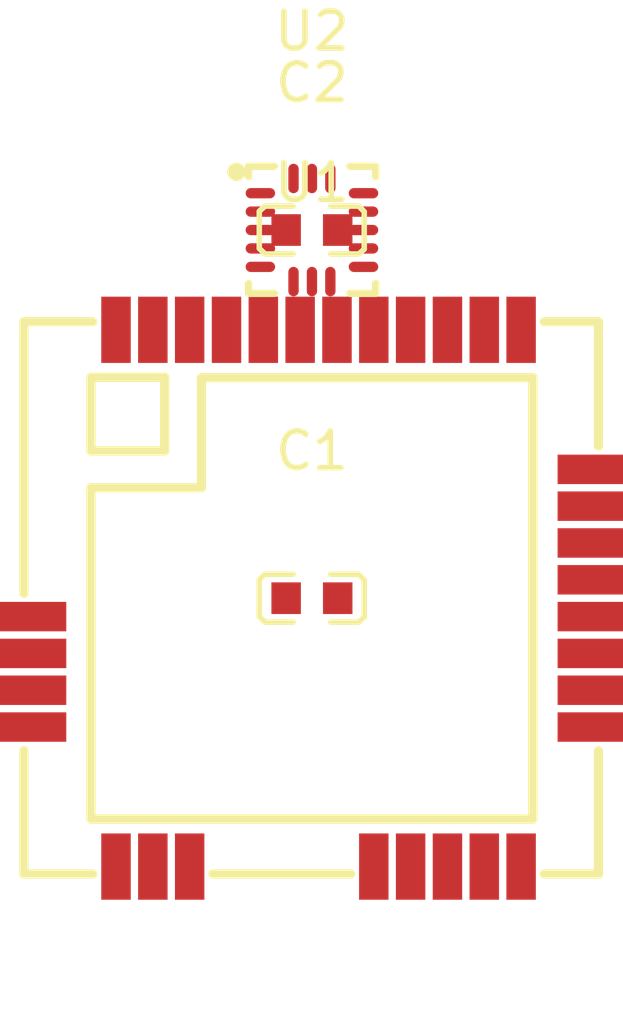
<source format=kicad_pcb>
(kicad_pcb (version 20241229) (generator "atopile") (generator_version "0.12.4")
  (layers (0 "F.Cu" signal) (31 "B.Cu" signal) (34 "B.Paste" user) (35 "F.Paste" user) (36 "B.SilkS" user "B.Silkscreen") (37 "F.SilkS" user "F.Silkscreen") (38 "B.Mask" user) (39 "F.Mask" user) (44 "Edge.Cuts" user))
  (net 0 "")
  (net 1 "PA0_ADC4")
  (net 2 "PA9")
  (net 3 "PA13_SWDIO")
  (net 4 "PB3_ADC1")
  (net 7 "INT2")
  (net 8 "PB5")
  (net 9 "PA8")
  (net 10 "PA2_UART2_TX")
  (net 11 "PB7_UART1_RX")
  (net 12 "SDO_SA0")
  (net 13 "ADC3")
  (net 14 "blah-net-1")
  (net 15 "PA0")
  (net 16 "INT1")
  (net 17 "PA7_SPI1_MOSI")
  (net 18 "PB12")
  (net 19 "PA14_SWCLK")
  (net 20 "vcc")
  (net 21 "PB4_ADC2")
  (net 22 "PA3_UART2_RX")
  (net 23 "PA5_SPI1_CLK")
  (net 24 "gnd")
  (net 25 "RF")
  (net 26 "i2c_sda")
  (net 27 "ADC2")
  (net 28 "PA1")
  (net 29 "BOOT0")
  (net 30 "i2c_scl")
  (net 31 "blah-net-0")
  (net 32 "PA6_SPI1_MISO")
  (net 33 "CS")
  (net 34 "PA11_I2C_SDA")
  (net 35 "RES")
  (net 36 "PA4_SPI1_NSS")
  (net 37 "PB2_ADC3")
  (net 38 "RST")
  (net 39 "ADC1")
  (net 40 "PA12_I2C_SCL")
  (footprint "FH_CBG160808U820T:L0603" (layer "F.Cu") (at 0 0 0)
    (property "Reference" "C1" (at 0 -4 0) (layer "F.SilkS") (hide no))
    (property "Value" "")
    (fp_line (start -1.27 0.65) (end -1.43 0.5) (stroke (width 0.15)) (layer "F.SilkS"))
    (fp_line (start -1.43 0.5) (end -1.43 -0.51) (stroke (width 0.15)) (layer "F.SilkS"))
    (fp_line (start -1.43 -0.51) (end -1.27 -0.65) (stroke (width 0.15)) (layer "F.SilkS"))
    (fp_line (start 1.27 -0.65) (end 1.42 -0.5) (stroke (width 0.15)) (layer "F.SilkS"))
    (fp_line (start 1.42 -0.5) (end 1.42 0.52) (stroke (width 0.15)) (layer "F.SilkS"))
    (fp_line (start 1.42 0.52) (end 1.27 0.65) (stroke (width 0.15)) (layer "F.SilkS"))
    (fp_line (start -1.28 -0.65) (end -0.51 -0.65) (stroke (width 0.15)) (layer "F.SilkS"))
    (fp_line (start 1.27 0.65) (end 0.51 0.65) (stroke (width 0.15)) (layer "F.SilkS"))
    (fp_line (start -1.28 0.65) (end -0.51 0.65) (stroke (width 0.15)) (layer "F.SilkS"))
    (fp_line (start 1.27 -0.65) (end 0.51 -0.65) (stroke (width 0.15)) (layer "F.SilkS"))
    (fp_text user "${REFERENCE}" (at 0 -4 0) (layer "F.SilkS"))
    (pad "1" smd rect (at -0.7 0 180) (size 0.8 0.86) (layers "F.Cu" "F.Paste" "F.Mask") (net 20 "vcc"))
    (pad "2" smd rect (at 0.7 0 180) (size 0.8 0.86) (layers "F.Cu" "F.Paste" "F.Mask") (net 24 "gnd"))
  )
  (footprint "FH_CBG160808U820T:L0603" (layer "F.Cu") (at 0 -10 0)
    (property "Reference" "C2" (at 0 -4 0) (layer "F.SilkS") (hide no))
    (property "Value" "")
    (fp_line (start -1.27 0.65) (end -1.43 0.5) (stroke (width 0.15)) (layer "F.SilkS"))
    (fp_line (start -1.43 0.5) (end -1.43 -0.51) (stroke (width 0.15)) (layer "F.SilkS"))
    (fp_line (start -1.43 -0.51) (end -1.27 -0.65) (stroke (width 0.15)) (layer "F.SilkS"))
    (fp_line (start 1.27 -0.65) (end 1.42 -0.5) (stroke (width 0.15)) (layer "F.SilkS"))
    (fp_line (start 1.42 -0.5) (end 1.42 0.52) (stroke (width 0.15)) (layer "F.SilkS"))
    (fp_line (start 1.42 0.52) (end 1.27 0.65) (stroke (width 0.15)) (layer "F.SilkS"))
    (fp_line (start -1.28 -0.65) (end -0.51 -0.65) (stroke (width 0.15)) (layer "F.SilkS"))
    (fp_line (start 1.27 0.65) (end 0.51 0.65) (stroke (width 0.15)) (layer "F.SilkS"))
    (fp_line (start -1.28 0.65) (end -0.51 0.65) (stroke (width 0.15)) (layer "F.SilkS"))
    (fp_line (start 1.27 -0.65) (end 0.51 -0.65) (stroke (width 0.15)) (layer "F.SilkS"))
    (fp_text user "${REFERENCE}" (at 0 -4 0) (layer "F.SilkS"))
    (pad "1" smd rect (at -0.7 0 180) (size 0.8 0.86) (layers "F.Cu" "F.Paste" "F.Mask") (net 20 "vcc"))
    (pad "2" smd rect (at 0.7 0 180) (size 0.8 0.86) (layers "F.Cu" "F.Paste" "F.Mask") (net 24 "gnd"))
  )
  (footprint "RAK_Wireless_RAK3172__EU868__without_IPEX:LCC-40_L15.6-W15.0-P1.00_RAK3172" (layer "F.Cu") (at 0 0 0)
    (property "Reference" "U1" (at 0 -11.29 0) (layer "F.SilkS") (hide no))
    (property "Value" "")
    (fp_line (start 5 -5.99) (end 6 -5.99) (stroke (width 0.25)) (layer "F.SilkS"))
    (fp_line (start 6 -5.99) (end 6 6) (stroke (width 0.25)) (layer "F.SilkS"))
    (fp_line (start 6 6) (end -6 6) (stroke (width 0.25)) (layer "F.SilkS"))
    (fp_line (start -6 6) (end -6 -3) (stroke (width 0.25)) (layer "F.SilkS"))
    (fp_line (start -6 -3) (end -3 -3) (stroke (width 0.25)) (layer "F.SilkS"))
    (fp_line (start -3 -3) (end -3 -5.99) (stroke (width 0.25)) (layer "F.SilkS"))
    (fp_line (start -3 -5.99) (end 5 -5.99) (stroke (width 0.25)) (layer "F.SilkS"))
    (fp_line (start -4 -6) (end -4 -4) (stroke (width 0.25)) (layer "F.SilkS"))
    (fp_line (start -4 -4) (end -6 -4) (stroke (width 0.25)) (layer "F.SilkS"))
    (fp_line (start -6 -4) (end -6 -6) (stroke (width 0.25)) (layer "F.SilkS"))
    (fp_line (start -6 -6) (end -4 -6) (stroke (width 0.25)) (layer "F.SilkS"))
    (fp_line (start 7.78 -4.13) (end 7.78 -7.51) (stroke (width 0.25)) (layer "F.SilkS"))
    (fp_line (start 6.31 7.49) (end 7.78 7.49) (stroke (width 0.25)) (layer "F.SilkS"))
    (fp_line (start 7.78 7.49) (end 7.78 4.14) (stroke (width 0.25)) (layer "F.SilkS"))
    (fp_line (start -2.69 7.49) (end 1.05 7.49) (stroke (width 0.25)) (layer "F.SilkS"))
    (fp_line (start -7.82 4.14) (end -7.82 7.49) (stroke (width 0.25)) (layer "F.SilkS"))
    (fp_line (start -7.82 7.49) (end -5.95 7.49) (stroke (width 0.25)) (layer "F.SilkS"))
    (fp_line (start -5.95 -7.51) (end -7.82 -7.51) (stroke (width 0.25)) (layer "F.SilkS"))
    (fp_line (start -7.82 -7.51) (end -7.82 -0.13) (stroke (width 0.25)) (layer "F.SilkS"))
    (fp_line (start 7.78 -7.51) (end 6.31 -7.51) (stroke (width 0.25)) (layer "F.SilkS"))
    (fp_text user "${REFERENCE}" (at 0 -11.29 0) (layer "F.SilkS"))
    (pad "32" smd rect (at 7.57 -3.5 -90) (size 0.8 1.8) (layers "F.Cu" "F.Paste" "F.Mask") (net 4 "PB3_ADC1"))
    (pad "31" smd rect (at 7.57 -2.5 -90) (size 0.8 1.8) (layers "F.Cu" "F.Paste" "F.Mask") (net 21 "PB4_ADC2"))
    (pad "30" smd rect (at 7.57 -1.5 -90) (size 0.8 1.8) (layers "F.Cu" "F.Paste" "F.Mask") (net 8 "PB5"))
    (pad "29" smd rect (at 7.57 -0.5 -90) (size 0.8 1.8) (layers "F.Cu" "F.Paste" "F.Mask") (net 15 "PA0"))
    (pad "28" smd rect (at 7.57 0.5 -90) (size 0.8 1.8) (layers "F.Cu" "F.Paste" "F.Mask") (net 24 "gnd"))
    (pad "27" smd rect (at 7.57 1.5 -90) (size 0.8 1.8) (layers "F.Cu" "F.Paste" "F.Mask") (net 18 "PB12"))
    (pad "26" smd rect (at 7.57 2.5 -90) (size 0.8 1.8) (layers "F.Cu" "F.Paste" "F.Mask") (net 37 "PB2_ADC3"))
    (pad "25" smd rect (at 7.57 3.5 -90) (size 0.8 1.8) (layers "F.Cu" "F.Paste" "F.Mask") (net 1 "PA0_ADC4"))
    (pad "24" smd rect (at 5.68 7.29 -90) (size 1.8 0.8) (layers "F.Cu" "F.Paste" "F.Mask") (net 20 "vcc"))
    (pad "23" smd rect (at 4.68 7.29 -90) (size 1.8 0.8) (layers "F.Cu" "F.Paste" "F.Mask") (net 24 "gnd"))
    (pad "22" smd rect (at 3.68 7.29 -90) (size 1.8 0.8) (layers "F.Cu" "F.Paste" "F.Mask") (net 38 "RST"))
    (pad "21" smd rect (at 2.68 7.29 -90) (size 1.8 0.8) (layers "F.Cu" "F.Paste" "F.Mask") (net 29 "BOOT0"))
    (pad "20" smd rect (at 1.68 7.29 -90) (size 1.8 0.8) (layers "F.Cu" "F.Paste" "F.Mask") (net 2 "PA9"))
    (pad "19" smd rect (at -3.32 7.29 -90) (size 1.8 0.8) (layers "F.Cu" "F.Paste" "F.Mask") (net 9 "PA8"))
    (pad "18" smd rect (at -4.32 7.29 -90) (size 1.8 0.8) (layers "F.Cu" "F.Paste" "F.Mask") (net 24 "gnd"))
    (pad "17" smd rect (at -5.32 7.29 -90) (size 1.8 0.8) (layers "F.Cu" "F.Paste" "F.Mask") (net 24 "gnd"))
    (pad "16" smd rect (at -7.57 3.5 -90) (size 0.8 1.8) (layers "F.Cu" "F.Paste" "F.Mask") (net 36 "PA4_SPI1_NSS"))
    (pad "15" smd rect (at -7.57 2.5 -90) (size 0.8 1.8) (layers "F.Cu" "F.Paste" "F.Mask") (net 23 "PA5_SPI1_CLK"))
    (pad "14" smd rect (at -7.57 1.5 -90) (size 0.8 1.8) (layers "F.Cu" "F.Paste" "F.Mask") (net 32 "PA6_SPI1_MISO"))
    (pad "13" smd rect (at -7.57 0.5 -90) (size 0.8 1.8) (layers "F.Cu" "F.Paste" "F.Mask") (net 17 "PA7_SPI1_MOSI"))
    (pad "12" smd rect (at -5.32 -7.29 -90) (size 1.8 0.8) (layers "F.Cu" "F.Paste" "F.Mask") (net 25 "RF"))
    (pad "11" smd rect (at -4.32 -7.29 -90) (size 1.8 0.8) (layers "F.Cu" "F.Paste" "F.Mask") (net 24 "gnd"))
    (pad "10" smd rect (at -3.32 -7.29 -90) (size 1.8 0.8) (layers "F.Cu" "F.Paste" "F.Mask") (net 34 "PA11_I2C_SDA"))
    (pad "9" smd rect (at -2.32 -7.29 -90) (size 1.8 0.8) (layers "F.Cu" "F.Paste" "F.Mask") (net 40 "PA12_I2C_SCL"))
    (pad "8" smd rect (at -1.32 -7.29 -90) (size 1.8 0.8) (layers "F.Cu" "F.Paste" "F.Mask") (net 19 "PA14_SWCLK"))
    (pad "7" smd rect (at -0.32 -7.29 -90) (size 1.8 0.8) (layers "F.Cu" "F.Paste" "F.Mask") (net 3 "PA13_SWDIO"))
    (pad "6" smd rect (at 0.68 -7.29 -90) (size 1.8 0.8) (layers "F.Cu" "F.Paste" "F.Mask") (net 28 "PA1"))
    (pad "5" smd rect (at 1.68 -7.29 -90) (size 1.8 0.8) (layers "F.Cu" "F.Paste" "F.Mask") (net 11 "PB7_UART1_RX"))
    (pad "4" smd rect (at 2.68 -7.29 -90) (size 1.8 0.8) (layers "F.Cu" "F.Paste" "F.Mask") (net 26 "i2c_sda"))
    (pad "3" smd rect (at 3.68 -7.29 -90) (size 1.8 0.8) (layers "F.Cu" "F.Paste" "F.Mask") (net 30 "i2c_scl"))
    (pad "2" smd rect (at 4.68 -7.29 -90) (size 1.8 0.8) (layers "F.Cu" "F.Paste" "F.Mask") (net 10 "PA2_UART2_TX"))
    (pad "1" smd rect (at 5.68 -7.29 -90) (size 1.8 0.8) (layers "F.Cu" "F.Paste" "F.Mask") (net 22 "PA3_UART2_RX"))
  )
  (footprint "STMicroelectronics_LIS3DHTR:LGA-16_L3.0-W3.0-P0.50-TL" (layer "F.Cu") (at 0 -10 0)
    (property "Reference" "U2" (at 0 -5.4 0) (layer "F.SilkS") (hide no))
    (property "Value" "")
    (fp_line (start -1.72 -1.45) (end -1.72 -1.73) (stroke (width 0.2)) (layer "F.SilkS"))
    (fp_line (start -1.72 -1.73) (end -1.02 -1.73) (stroke (width 0.2)) (layer "F.SilkS"))
    (fp_line (start 1.03 -1.73) (end 1.73 -1.73) (stroke (width 0.2)) (layer "F.SilkS"))
    (fp_line (start 1.73 -1.73) (end 1.73 -1.45) (stroke (width 0.2)) (layer "F.SilkS"))
    (fp_line (start -1.72 1.45) (end -1.72 1.72) (stroke (width 0.2)) (layer "F.SilkS"))
    (fp_line (start -1.72 1.72) (end -1.02 1.72) (stroke (width 0.2)) (layer "F.SilkS"))
    (fp_line (start 1.03 1.72) (end 1.73 1.72) (stroke (width 0.2)) (layer "F.SilkS"))
    (fp_line (start 1.73 1.72) (end 1.73 1.45) (stroke (width 0.2)) (layer "F.SilkS"))
    (fp_arc (start -2.05 -1.58) (mid -2.05 -1.58) (end -2.05 -1.58) (stroke (width 0.25)) (layer "F.SilkS"))
    (fp_text user "${REFERENCE}" (at 0 -5.4 0) (layer "F.SilkS"))
    (pad "1" smd oval (at -1.4 -1 0) (size 0.8 0.28) (layers "F.Cu" "F.Paste" "F.Mask") (net 20 "vcc"))
    (pad "2" smd oval (at -1.4 -0.5 0) (size 0.8 0.28) (layers "F.Cu" "F.Paste" "F.Mask") (net 31 "blah-net-0"))
    (pad "3" smd oval (at -1.4 0 0) (size 0.8 0.28) (layers "F.Cu" "F.Paste" "F.Mask") (net 14 "blah-net-1"))
    (pad "4" smd oval (at -1.4 0.5 0) (size 0.8 0.28) (layers "F.Cu" "F.Paste" "F.Mask") (net 30 "i2c_scl"))
    (pad "5" smd oval (at -1.4 1 0) (size 0.8 0.28) (layers "F.Cu" "F.Paste" "F.Mask") (net 24 "gnd"))
    (pad "6" smd oval (at -0.5 1.4 0) (size 0.28 0.8) (layers "F.Cu" "F.Paste" "F.Mask") (net 26 "i2c_sda"))
    (pad "7" smd oval (at 0 1.4 0) (size 0.28 0.8) (layers "F.Cu" "F.Paste" "F.Mask") (net 12 "SDO_SA0"))
    (pad "8" smd oval (at 0.5 1.4 0) (size 0.28 0.8) (layers "F.Cu" "F.Paste" "F.Mask") (net 33 "CS"))
    (pad "9" smd oval (at 1.4 1 0) (size 0.8 0.28) (layers "F.Cu" "F.Paste" "F.Mask") (net 7 "INT2"))
    (pad "10" smd oval (at 1.4 0.5 0) (size 0.8 0.28) (layers "F.Cu" "F.Paste" "F.Mask") (net 35 "RES"))
    (pad "11" smd oval (at 1.4 0 0) (size 0.8 0.28) (layers "F.Cu" "F.Paste" "F.Mask") (net 16 "INT1"))
    (pad "12" smd oval (at 1.4 -0.5 0) (size 0.8 0.28) (layers "F.Cu" "F.Paste" "F.Mask") (net 24 "gnd"))
    (pad "13" smd oval (at 1.4 -1 0) (size 0.8 0.28) (layers "F.Cu" "F.Paste" "F.Mask") (net 13 "ADC3"))
    (pad "14" smd oval (at 0.5 -1.4 0) (size 0.28 0.8) (layers "F.Cu" "F.Paste" "F.Mask") (net 20 "vcc"))
    (pad "15" smd oval (at 0 -1.4 0) (size 0.28 0.8) (layers "F.Cu" "F.Paste" "F.Mask") (net 27 "ADC2"))
    (pad "16" smd oval (at -0.5 -1.4 0) (size 0.28 0.8) (layers "F.Cu" "F.Paste" "F.Mask") (net 39 "ADC1"))
  )
)
</source>
